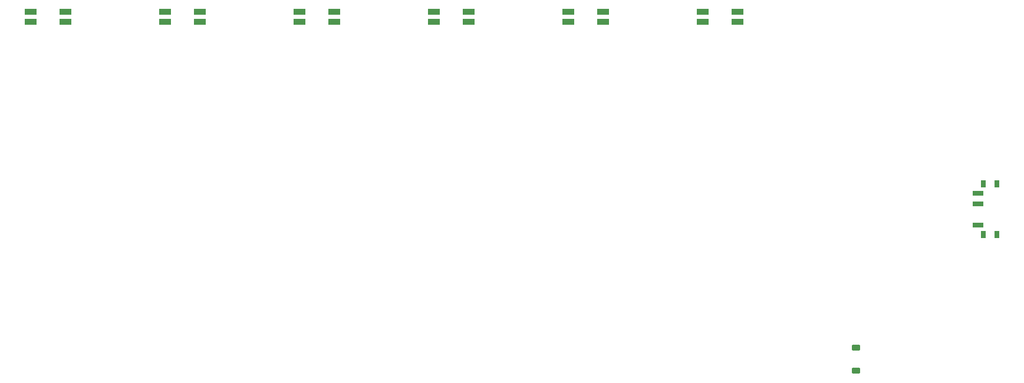
<source format=gtp>
G04 #@! TF.GenerationSoftware,KiCad,Pcbnew,7.0.8*
G04 #@! TF.CreationDate,2023-10-16T23:51:48-07:00*
G04 #@! TF.ProjectId,Seismos_CoreL,53656973-6d6f-4735-9f43-6f72654c2e6b,rev?*
G04 #@! TF.SameCoordinates,Original*
G04 #@! TF.FileFunction,Paste,Top*
G04 #@! TF.FilePolarity,Positive*
%FSLAX46Y46*%
G04 Gerber Fmt 4.6, Leading zero omitted, Abs format (unit mm)*
G04 Created by KiCad (PCBNEW 7.0.8) date 2023-10-16 23:51:48*
%MOMM*%
%LPD*%
G01*
G04 APERTURE LIST*
G04 Aperture macros list*
%AMRoundRect*
0 Rectangle with rounded corners*
0 $1 Rounding radius*
0 $2 $3 $4 $5 $6 $7 $8 $9 X,Y pos of 4 corners*
0 Add a 4 corners polygon primitive as box body*
4,1,4,$2,$3,$4,$5,$6,$7,$8,$9,$2,$3,0*
0 Add four circle primitives for the rounded corners*
1,1,$1+$1,$2,$3*
1,1,$1+$1,$4,$5*
1,1,$1+$1,$6,$7*
1,1,$1+$1,$8,$9*
0 Add four rect primitives between the rounded corners*
20,1,$1+$1,$2,$3,$4,$5,0*
20,1,$1+$1,$4,$5,$6,$7,0*
20,1,$1+$1,$6,$7,$8,$9,0*
20,1,$1+$1,$8,$9,$2,$3,0*%
G04 Aperture macros list end*
%ADD10R,1.500000X0.700000*%
%ADD11R,0.800000X1.000000*%
%ADD12RoundRect,0.225000X-0.375000X0.225000X-0.375000X-0.225000X0.375000X-0.225000X0.375000X0.225000X0*%
%ADD13R,1.803400X0.812800*%
G04 APERTURE END LIST*
D10*
X173050000Y-59382000D03*
D11*
X173835000Y-63782000D03*
X175765000Y-63782000D03*
X173835000Y-56482000D03*
X175765000Y-56482000D03*
D10*
X173050000Y-57882000D03*
X173050000Y-62382000D03*
D12*
X155500000Y-80050000D03*
X155500000Y-83350000D03*
D13*
X42001900Y-33249300D03*
X42001900Y-31750700D03*
X36998100Y-31750700D03*
X36998100Y-33249300D03*
X138501900Y-33249300D03*
X138501900Y-31750700D03*
X133498100Y-31750700D03*
X133498100Y-33249300D03*
X99901900Y-33249300D03*
X99901900Y-31750700D03*
X94898100Y-31750700D03*
X94898100Y-33249300D03*
X80601900Y-33249300D03*
X80601900Y-31750700D03*
X75598100Y-31750700D03*
X75598100Y-33249300D03*
X119201900Y-33249300D03*
X119201900Y-31750700D03*
X114198100Y-31750700D03*
X114198100Y-33249300D03*
X61301900Y-33249300D03*
X61301900Y-31750700D03*
X56298100Y-31750700D03*
X56298100Y-33249300D03*
M02*

</source>
